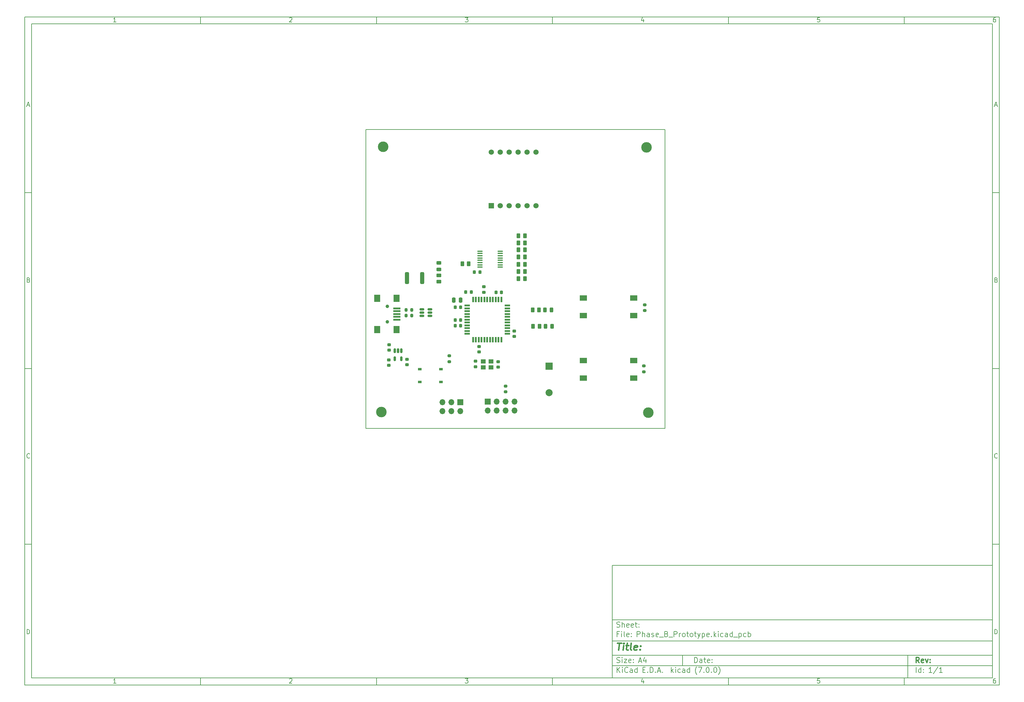
<source format=gbr>
%TF.GenerationSoftware,KiCad,Pcbnew,(7.0.0)*%
%TF.CreationDate,2023-04-24T03:13:22-06:00*%
%TF.ProjectId,Phase_B_Prototype,50686173-655f-4425-9f50-726f746f7479,rev?*%
%TF.SameCoordinates,Original*%
%TF.FileFunction,Soldermask,Top*%
%TF.FilePolarity,Negative*%
%FSLAX46Y46*%
G04 Gerber Fmt 4.6, Leading zero omitted, Abs format (unit mm)*
G04 Created by KiCad (PCBNEW (7.0.0)) date 2023-04-24 03:13:22*
%MOMM*%
%LPD*%
G01*
G04 APERTURE LIST*
G04 Aperture macros list*
%AMRoundRect*
0 Rectangle with rounded corners*
0 $1 Rounding radius*
0 $2 $3 $4 $5 $6 $7 $8 $9 X,Y pos of 4 corners*
0 Add a 4 corners polygon primitive as box body*
4,1,4,$2,$3,$4,$5,$6,$7,$8,$9,$2,$3,0*
0 Add four circle primitives for the rounded corners*
1,1,$1+$1,$2,$3*
1,1,$1+$1,$4,$5*
1,1,$1+$1,$6,$7*
1,1,$1+$1,$8,$9*
0 Add four rect primitives between the rounded corners*
20,1,$1+$1,$2,$3,$4,$5,0*
20,1,$1+$1,$4,$5,$6,$7,0*
20,1,$1+$1,$6,$7,$8,$9,0*
20,1,$1+$1,$8,$9,$2,$3,0*%
G04 Aperture macros list end*
%ADD10C,0.100000*%
%ADD11C,0.150000*%
%ADD12C,0.300000*%
%ADD13C,0.400000*%
%ADD14RoundRect,0.243750X-0.456250X0.243750X-0.456250X-0.243750X0.456250X-0.243750X0.456250X0.243750X0*%
%ADD15RoundRect,0.225000X-0.250000X0.225000X-0.250000X-0.225000X0.250000X-0.225000X0.250000X0.225000X0*%
%ADD16R,1.700000X1.700000*%
%ADD17O,1.700000X1.700000*%
%ADD18RoundRect,0.225000X0.225000X0.250000X-0.225000X0.250000X-0.225000X-0.250000X0.225000X-0.250000X0*%
%ADD19RoundRect,0.200000X-0.275000X0.200000X-0.275000X-0.200000X0.275000X-0.200000X0.275000X0.200000X0*%
%ADD20RoundRect,0.200000X-0.200000X-0.275000X0.200000X-0.275000X0.200000X0.275000X-0.200000X0.275000X0*%
%ADD21R,2.000000X2.000000*%
%ADD22C,2.000000*%
%ADD23C,1.000000*%
%ADD24R,2.000000X0.500000*%
%ADD25R,1.700000X2.000000*%
%ADD26RoundRect,0.250000X-0.262500X-0.450000X0.262500X-0.450000X0.262500X0.450000X-0.262500X0.450000X0*%
%ADD27RoundRect,0.250000X0.250000X0.475000X-0.250000X0.475000X-0.250000X-0.475000X0.250000X-0.475000X0*%
%ADD28R,1.000000X0.700000*%
%ADD29RoundRect,0.150000X-0.150000X0.512500X-0.150000X-0.512500X0.150000X-0.512500X0.150000X0.512500X0*%
%ADD30R,2.000000X1.500000*%
%ADD31R,1.500000X0.550000*%
%ADD32R,0.550000X1.500000*%
%ADD33RoundRect,0.150000X-0.512500X-0.150000X0.512500X-0.150000X0.512500X0.150000X-0.512500X0.150000X0*%
%ADD34C,3.000000*%
%ADD35R,1.400000X1.200000*%
%ADD36R,1.500000X1.500000*%
%ADD37C,1.500000*%
%ADD38RoundRect,0.225000X0.250000X-0.225000X0.250000X0.225000X-0.250000X0.225000X-0.250000X-0.225000X0*%
%ADD39RoundRect,0.243750X0.243750X0.456250X-0.243750X0.456250X-0.243750X-0.456250X0.243750X-0.456250X0*%
%ADD40RoundRect,0.250000X-0.312500X-1.450000X0.312500X-1.450000X0.312500X1.450000X-0.312500X1.450000X0*%
%ADD41RoundRect,0.250000X0.262500X0.450000X-0.262500X0.450000X-0.262500X-0.450000X0.262500X-0.450000X0*%
%ADD42RoundRect,0.100000X0.637500X0.100000X-0.637500X0.100000X-0.637500X-0.100000X0.637500X-0.100000X0*%
%ADD43RoundRect,0.250000X0.450000X-0.262500X0.450000X0.262500X-0.450000X0.262500X-0.450000X-0.262500X0*%
%TA.AperFunction,Profile*%
%ADD44C,0.150000*%
%TD*%
G04 APERTURE END LIST*
D10*
D11*
X177002200Y-166007200D02*
X285002200Y-166007200D01*
X285002200Y-198007200D01*
X177002200Y-198007200D01*
X177002200Y-166007200D01*
D10*
D11*
X10000000Y-10000000D02*
X287002200Y-10000000D01*
X287002200Y-200007200D01*
X10000000Y-200007200D01*
X10000000Y-10000000D01*
D10*
D11*
X12000000Y-12000000D02*
X285002200Y-12000000D01*
X285002200Y-198007200D01*
X12000000Y-198007200D01*
X12000000Y-12000000D01*
D10*
D11*
X60000000Y-12000000D02*
X60000000Y-10000000D01*
D10*
D11*
X110000000Y-12000000D02*
X110000000Y-10000000D01*
D10*
D11*
X160000000Y-12000000D02*
X160000000Y-10000000D01*
D10*
D11*
X210000000Y-12000000D02*
X210000000Y-10000000D01*
D10*
D11*
X260000000Y-12000000D02*
X260000000Y-10000000D01*
D10*
D11*
X35990476Y-11477595D02*
X35247619Y-11477595D01*
X35619047Y-11477595D02*
X35619047Y-10177595D01*
X35619047Y-10177595D02*
X35495238Y-10363309D01*
X35495238Y-10363309D02*
X35371428Y-10487119D01*
X35371428Y-10487119D02*
X35247619Y-10549023D01*
D10*
D11*
X85247619Y-10301404D02*
X85309523Y-10239500D01*
X85309523Y-10239500D02*
X85433333Y-10177595D01*
X85433333Y-10177595D02*
X85742857Y-10177595D01*
X85742857Y-10177595D02*
X85866666Y-10239500D01*
X85866666Y-10239500D02*
X85928571Y-10301404D01*
X85928571Y-10301404D02*
X85990476Y-10425214D01*
X85990476Y-10425214D02*
X85990476Y-10549023D01*
X85990476Y-10549023D02*
X85928571Y-10734738D01*
X85928571Y-10734738D02*
X85185714Y-11477595D01*
X85185714Y-11477595D02*
X85990476Y-11477595D01*
D10*
D11*
X135185714Y-10177595D02*
X135990476Y-10177595D01*
X135990476Y-10177595D02*
X135557142Y-10672833D01*
X135557142Y-10672833D02*
X135742857Y-10672833D01*
X135742857Y-10672833D02*
X135866666Y-10734738D01*
X135866666Y-10734738D02*
X135928571Y-10796642D01*
X135928571Y-10796642D02*
X135990476Y-10920452D01*
X135990476Y-10920452D02*
X135990476Y-11229976D01*
X135990476Y-11229976D02*
X135928571Y-11353785D01*
X135928571Y-11353785D02*
X135866666Y-11415690D01*
X135866666Y-11415690D02*
X135742857Y-11477595D01*
X135742857Y-11477595D02*
X135371428Y-11477595D01*
X135371428Y-11477595D02*
X135247619Y-11415690D01*
X135247619Y-11415690D02*
X135185714Y-11353785D01*
D10*
D11*
X185866666Y-10610928D02*
X185866666Y-11477595D01*
X185557142Y-10115690D02*
X185247619Y-11044261D01*
X185247619Y-11044261D02*
X186052380Y-11044261D01*
D10*
D11*
X235928571Y-10177595D02*
X235309523Y-10177595D01*
X235309523Y-10177595D02*
X235247619Y-10796642D01*
X235247619Y-10796642D02*
X235309523Y-10734738D01*
X235309523Y-10734738D02*
X235433333Y-10672833D01*
X235433333Y-10672833D02*
X235742857Y-10672833D01*
X235742857Y-10672833D02*
X235866666Y-10734738D01*
X235866666Y-10734738D02*
X235928571Y-10796642D01*
X235928571Y-10796642D02*
X235990476Y-10920452D01*
X235990476Y-10920452D02*
X235990476Y-11229976D01*
X235990476Y-11229976D02*
X235928571Y-11353785D01*
X235928571Y-11353785D02*
X235866666Y-11415690D01*
X235866666Y-11415690D02*
X235742857Y-11477595D01*
X235742857Y-11477595D02*
X235433333Y-11477595D01*
X235433333Y-11477595D02*
X235309523Y-11415690D01*
X235309523Y-11415690D02*
X235247619Y-11353785D01*
D10*
D11*
X285866666Y-10177595D02*
X285619047Y-10177595D01*
X285619047Y-10177595D02*
X285495238Y-10239500D01*
X285495238Y-10239500D02*
X285433333Y-10301404D01*
X285433333Y-10301404D02*
X285309523Y-10487119D01*
X285309523Y-10487119D02*
X285247619Y-10734738D01*
X285247619Y-10734738D02*
X285247619Y-11229976D01*
X285247619Y-11229976D02*
X285309523Y-11353785D01*
X285309523Y-11353785D02*
X285371428Y-11415690D01*
X285371428Y-11415690D02*
X285495238Y-11477595D01*
X285495238Y-11477595D02*
X285742857Y-11477595D01*
X285742857Y-11477595D02*
X285866666Y-11415690D01*
X285866666Y-11415690D02*
X285928571Y-11353785D01*
X285928571Y-11353785D02*
X285990476Y-11229976D01*
X285990476Y-11229976D02*
X285990476Y-10920452D01*
X285990476Y-10920452D02*
X285928571Y-10796642D01*
X285928571Y-10796642D02*
X285866666Y-10734738D01*
X285866666Y-10734738D02*
X285742857Y-10672833D01*
X285742857Y-10672833D02*
X285495238Y-10672833D01*
X285495238Y-10672833D02*
X285371428Y-10734738D01*
X285371428Y-10734738D02*
X285309523Y-10796642D01*
X285309523Y-10796642D02*
X285247619Y-10920452D01*
D10*
D11*
X60000000Y-198007200D02*
X60000000Y-200007200D01*
D10*
D11*
X110000000Y-198007200D02*
X110000000Y-200007200D01*
D10*
D11*
X160000000Y-198007200D02*
X160000000Y-200007200D01*
D10*
D11*
X210000000Y-198007200D02*
X210000000Y-200007200D01*
D10*
D11*
X260000000Y-198007200D02*
X260000000Y-200007200D01*
D10*
D11*
X35990476Y-199484795D02*
X35247619Y-199484795D01*
X35619047Y-199484795D02*
X35619047Y-198184795D01*
X35619047Y-198184795D02*
X35495238Y-198370509D01*
X35495238Y-198370509D02*
X35371428Y-198494319D01*
X35371428Y-198494319D02*
X35247619Y-198556223D01*
D10*
D11*
X85247619Y-198308604D02*
X85309523Y-198246700D01*
X85309523Y-198246700D02*
X85433333Y-198184795D01*
X85433333Y-198184795D02*
X85742857Y-198184795D01*
X85742857Y-198184795D02*
X85866666Y-198246700D01*
X85866666Y-198246700D02*
X85928571Y-198308604D01*
X85928571Y-198308604D02*
X85990476Y-198432414D01*
X85990476Y-198432414D02*
X85990476Y-198556223D01*
X85990476Y-198556223D02*
X85928571Y-198741938D01*
X85928571Y-198741938D02*
X85185714Y-199484795D01*
X85185714Y-199484795D02*
X85990476Y-199484795D01*
D10*
D11*
X135185714Y-198184795D02*
X135990476Y-198184795D01*
X135990476Y-198184795D02*
X135557142Y-198680033D01*
X135557142Y-198680033D02*
X135742857Y-198680033D01*
X135742857Y-198680033D02*
X135866666Y-198741938D01*
X135866666Y-198741938D02*
X135928571Y-198803842D01*
X135928571Y-198803842D02*
X135990476Y-198927652D01*
X135990476Y-198927652D02*
X135990476Y-199237176D01*
X135990476Y-199237176D02*
X135928571Y-199360985D01*
X135928571Y-199360985D02*
X135866666Y-199422890D01*
X135866666Y-199422890D02*
X135742857Y-199484795D01*
X135742857Y-199484795D02*
X135371428Y-199484795D01*
X135371428Y-199484795D02*
X135247619Y-199422890D01*
X135247619Y-199422890D02*
X135185714Y-199360985D01*
D10*
D11*
X185866666Y-198618128D02*
X185866666Y-199484795D01*
X185557142Y-198122890D02*
X185247619Y-199051461D01*
X185247619Y-199051461D02*
X186052380Y-199051461D01*
D10*
D11*
X235928571Y-198184795D02*
X235309523Y-198184795D01*
X235309523Y-198184795D02*
X235247619Y-198803842D01*
X235247619Y-198803842D02*
X235309523Y-198741938D01*
X235309523Y-198741938D02*
X235433333Y-198680033D01*
X235433333Y-198680033D02*
X235742857Y-198680033D01*
X235742857Y-198680033D02*
X235866666Y-198741938D01*
X235866666Y-198741938D02*
X235928571Y-198803842D01*
X235928571Y-198803842D02*
X235990476Y-198927652D01*
X235990476Y-198927652D02*
X235990476Y-199237176D01*
X235990476Y-199237176D02*
X235928571Y-199360985D01*
X235928571Y-199360985D02*
X235866666Y-199422890D01*
X235866666Y-199422890D02*
X235742857Y-199484795D01*
X235742857Y-199484795D02*
X235433333Y-199484795D01*
X235433333Y-199484795D02*
X235309523Y-199422890D01*
X235309523Y-199422890D02*
X235247619Y-199360985D01*
D10*
D11*
X285866666Y-198184795D02*
X285619047Y-198184795D01*
X285619047Y-198184795D02*
X285495238Y-198246700D01*
X285495238Y-198246700D02*
X285433333Y-198308604D01*
X285433333Y-198308604D02*
X285309523Y-198494319D01*
X285309523Y-198494319D02*
X285247619Y-198741938D01*
X285247619Y-198741938D02*
X285247619Y-199237176D01*
X285247619Y-199237176D02*
X285309523Y-199360985D01*
X285309523Y-199360985D02*
X285371428Y-199422890D01*
X285371428Y-199422890D02*
X285495238Y-199484795D01*
X285495238Y-199484795D02*
X285742857Y-199484795D01*
X285742857Y-199484795D02*
X285866666Y-199422890D01*
X285866666Y-199422890D02*
X285928571Y-199360985D01*
X285928571Y-199360985D02*
X285990476Y-199237176D01*
X285990476Y-199237176D02*
X285990476Y-198927652D01*
X285990476Y-198927652D02*
X285928571Y-198803842D01*
X285928571Y-198803842D02*
X285866666Y-198741938D01*
X285866666Y-198741938D02*
X285742857Y-198680033D01*
X285742857Y-198680033D02*
X285495238Y-198680033D01*
X285495238Y-198680033D02*
X285371428Y-198741938D01*
X285371428Y-198741938D02*
X285309523Y-198803842D01*
X285309523Y-198803842D02*
X285247619Y-198927652D01*
D10*
D11*
X10000000Y-60000000D02*
X12000000Y-60000000D01*
D10*
D11*
X10000000Y-110000000D02*
X12000000Y-110000000D01*
D10*
D11*
X10000000Y-160000000D02*
X12000000Y-160000000D01*
D10*
D11*
X10690476Y-35106166D02*
X11309523Y-35106166D01*
X10566666Y-35477595D02*
X10999999Y-34177595D01*
X10999999Y-34177595D02*
X11433333Y-35477595D01*
D10*
D11*
X11092857Y-84796642D02*
X11278571Y-84858547D01*
X11278571Y-84858547D02*
X11340476Y-84920452D01*
X11340476Y-84920452D02*
X11402380Y-85044261D01*
X11402380Y-85044261D02*
X11402380Y-85229976D01*
X11402380Y-85229976D02*
X11340476Y-85353785D01*
X11340476Y-85353785D02*
X11278571Y-85415690D01*
X11278571Y-85415690D02*
X11154761Y-85477595D01*
X11154761Y-85477595D02*
X10659523Y-85477595D01*
X10659523Y-85477595D02*
X10659523Y-84177595D01*
X10659523Y-84177595D02*
X11092857Y-84177595D01*
X11092857Y-84177595D02*
X11216666Y-84239500D01*
X11216666Y-84239500D02*
X11278571Y-84301404D01*
X11278571Y-84301404D02*
X11340476Y-84425214D01*
X11340476Y-84425214D02*
X11340476Y-84549023D01*
X11340476Y-84549023D02*
X11278571Y-84672833D01*
X11278571Y-84672833D02*
X11216666Y-84734738D01*
X11216666Y-84734738D02*
X11092857Y-84796642D01*
X11092857Y-84796642D02*
X10659523Y-84796642D01*
D10*
D11*
X11402380Y-135353785D02*
X11340476Y-135415690D01*
X11340476Y-135415690D02*
X11154761Y-135477595D01*
X11154761Y-135477595D02*
X11030952Y-135477595D01*
X11030952Y-135477595D02*
X10845238Y-135415690D01*
X10845238Y-135415690D02*
X10721428Y-135291880D01*
X10721428Y-135291880D02*
X10659523Y-135168071D01*
X10659523Y-135168071D02*
X10597619Y-134920452D01*
X10597619Y-134920452D02*
X10597619Y-134734738D01*
X10597619Y-134734738D02*
X10659523Y-134487119D01*
X10659523Y-134487119D02*
X10721428Y-134363309D01*
X10721428Y-134363309D02*
X10845238Y-134239500D01*
X10845238Y-134239500D02*
X11030952Y-134177595D01*
X11030952Y-134177595D02*
X11154761Y-134177595D01*
X11154761Y-134177595D02*
X11340476Y-134239500D01*
X11340476Y-134239500D02*
X11402380Y-134301404D01*
D10*
D11*
X10659523Y-185477595D02*
X10659523Y-184177595D01*
X10659523Y-184177595D02*
X10969047Y-184177595D01*
X10969047Y-184177595D02*
X11154761Y-184239500D01*
X11154761Y-184239500D02*
X11278571Y-184363309D01*
X11278571Y-184363309D02*
X11340476Y-184487119D01*
X11340476Y-184487119D02*
X11402380Y-184734738D01*
X11402380Y-184734738D02*
X11402380Y-184920452D01*
X11402380Y-184920452D02*
X11340476Y-185168071D01*
X11340476Y-185168071D02*
X11278571Y-185291880D01*
X11278571Y-185291880D02*
X11154761Y-185415690D01*
X11154761Y-185415690D02*
X10969047Y-185477595D01*
X10969047Y-185477595D02*
X10659523Y-185477595D01*
D10*
D11*
X287002200Y-60000000D02*
X285002200Y-60000000D01*
D10*
D11*
X287002200Y-110000000D02*
X285002200Y-110000000D01*
D10*
D11*
X287002200Y-160000000D02*
X285002200Y-160000000D01*
D10*
D11*
X285692676Y-35106166D02*
X286311723Y-35106166D01*
X285568866Y-35477595D02*
X286002199Y-34177595D01*
X286002199Y-34177595D02*
X286435533Y-35477595D01*
D10*
D11*
X286095057Y-84796642D02*
X286280771Y-84858547D01*
X286280771Y-84858547D02*
X286342676Y-84920452D01*
X286342676Y-84920452D02*
X286404580Y-85044261D01*
X286404580Y-85044261D02*
X286404580Y-85229976D01*
X286404580Y-85229976D02*
X286342676Y-85353785D01*
X286342676Y-85353785D02*
X286280771Y-85415690D01*
X286280771Y-85415690D02*
X286156961Y-85477595D01*
X286156961Y-85477595D02*
X285661723Y-85477595D01*
X285661723Y-85477595D02*
X285661723Y-84177595D01*
X285661723Y-84177595D02*
X286095057Y-84177595D01*
X286095057Y-84177595D02*
X286218866Y-84239500D01*
X286218866Y-84239500D02*
X286280771Y-84301404D01*
X286280771Y-84301404D02*
X286342676Y-84425214D01*
X286342676Y-84425214D02*
X286342676Y-84549023D01*
X286342676Y-84549023D02*
X286280771Y-84672833D01*
X286280771Y-84672833D02*
X286218866Y-84734738D01*
X286218866Y-84734738D02*
X286095057Y-84796642D01*
X286095057Y-84796642D02*
X285661723Y-84796642D01*
D10*
D11*
X286404580Y-135353785D02*
X286342676Y-135415690D01*
X286342676Y-135415690D02*
X286156961Y-135477595D01*
X286156961Y-135477595D02*
X286033152Y-135477595D01*
X286033152Y-135477595D02*
X285847438Y-135415690D01*
X285847438Y-135415690D02*
X285723628Y-135291880D01*
X285723628Y-135291880D02*
X285661723Y-135168071D01*
X285661723Y-135168071D02*
X285599819Y-134920452D01*
X285599819Y-134920452D02*
X285599819Y-134734738D01*
X285599819Y-134734738D02*
X285661723Y-134487119D01*
X285661723Y-134487119D02*
X285723628Y-134363309D01*
X285723628Y-134363309D02*
X285847438Y-134239500D01*
X285847438Y-134239500D02*
X286033152Y-134177595D01*
X286033152Y-134177595D02*
X286156961Y-134177595D01*
X286156961Y-134177595D02*
X286342676Y-134239500D01*
X286342676Y-134239500D02*
X286404580Y-134301404D01*
D10*
D11*
X285661723Y-185477595D02*
X285661723Y-184177595D01*
X285661723Y-184177595D02*
X285971247Y-184177595D01*
X285971247Y-184177595D02*
X286156961Y-184239500D01*
X286156961Y-184239500D02*
X286280771Y-184363309D01*
X286280771Y-184363309D02*
X286342676Y-184487119D01*
X286342676Y-184487119D02*
X286404580Y-184734738D01*
X286404580Y-184734738D02*
X286404580Y-184920452D01*
X286404580Y-184920452D02*
X286342676Y-185168071D01*
X286342676Y-185168071D02*
X286280771Y-185291880D01*
X286280771Y-185291880D02*
X286156961Y-185415690D01*
X286156961Y-185415690D02*
X285971247Y-185477595D01*
X285971247Y-185477595D02*
X285661723Y-185477595D01*
D10*
D11*
X200359342Y-193658271D02*
X200359342Y-192158271D01*
X200359342Y-192158271D02*
X200716485Y-192158271D01*
X200716485Y-192158271D02*
X200930771Y-192229700D01*
X200930771Y-192229700D02*
X201073628Y-192372557D01*
X201073628Y-192372557D02*
X201145057Y-192515414D01*
X201145057Y-192515414D02*
X201216485Y-192801128D01*
X201216485Y-192801128D02*
X201216485Y-193015414D01*
X201216485Y-193015414D02*
X201145057Y-193301128D01*
X201145057Y-193301128D02*
X201073628Y-193443985D01*
X201073628Y-193443985D02*
X200930771Y-193586842D01*
X200930771Y-193586842D02*
X200716485Y-193658271D01*
X200716485Y-193658271D02*
X200359342Y-193658271D01*
X202502200Y-193658271D02*
X202502200Y-192872557D01*
X202502200Y-192872557D02*
X202430771Y-192729700D01*
X202430771Y-192729700D02*
X202287914Y-192658271D01*
X202287914Y-192658271D02*
X202002200Y-192658271D01*
X202002200Y-192658271D02*
X201859342Y-192729700D01*
X202502200Y-193586842D02*
X202359342Y-193658271D01*
X202359342Y-193658271D02*
X202002200Y-193658271D01*
X202002200Y-193658271D02*
X201859342Y-193586842D01*
X201859342Y-193586842D02*
X201787914Y-193443985D01*
X201787914Y-193443985D02*
X201787914Y-193301128D01*
X201787914Y-193301128D02*
X201859342Y-193158271D01*
X201859342Y-193158271D02*
X202002200Y-193086842D01*
X202002200Y-193086842D02*
X202359342Y-193086842D01*
X202359342Y-193086842D02*
X202502200Y-193015414D01*
X203002200Y-192658271D02*
X203573628Y-192658271D01*
X203216485Y-192158271D02*
X203216485Y-193443985D01*
X203216485Y-193443985D02*
X203287914Y-193586842D01*
X203287914Y-193586842D02*
X203430771Y-193658271D01*
X203430771Y-193658271D02*
X203573628Y-193658271D01*
X204645057Y-193586842D02*
X204502200Y-193658271D01*
X204502200Y-193658271D02*
X204216486Y-193658271D01*
X204216486Y-193658271D02*
X204073628Y-193586842D01*
X204073628Y-193586842D02*
X204002200Y-193443985D01*
X204002200Y-193443985D02*
X204002200Y-192872557D01*
X204002200Y-192872557D02*
X204073628Y-192729700D01*
X204073628Y-192729700D02*
X204216486Y-192658271D01*
X204216486Y-192658271D02*
X204502200Y-192658271D01*
X204502200Y-192658271D02*
X204645057Y-192729700D01*
X204645057Y-192729700D02*
X204716486Y-192872557D01*
X204716486Y-192872557D02*
X204716486Y-193015414D01*
X204716486Y-193015414D02*
X204002200Y-193158271D01*
X205359342Y-193515414D02*
X205430771Y-193586842D01*
X205430771Y-193586842D02*
X205359342Y-193658271D01*
X205359342Y-193658271D02*
X205287914Y-193586842D01*
X205287914Y-193586842D02*
X205359342Y-193515414D01*
X205359342Y-193515414D02*
X205359342Y-193658271D01*
X205359342Y-192729700D02*
X205430771Y-192801128D01*
X205430771Y-192801128D02*
X205359342Y-192872557D01*
X205359342Y-192872557D02*
X205287914Y-192801128D01*
X205287914Y-192801128D02*
X205359342Y-192729700D01*
X205359342Y-192729700D02*
X205359342Y-192872557D01*
D10*
D11*
X177002200Y-194507200D02*
X285002200Y-194507200D01*
D10*
D11*
X178359342Y-196458271D02*
X178359342Y-194958271D01*
X179216485Y-196458271D02*
X178573628Y-195601128D01*
X179216485Y-194958271D02*
X178359342Y-195815414D01*
X179859342Y-196458271D02*
X179859342Y-195458271D01*
X179859342Y-194958271D02*
X179787914Y-195029700D01*
X179787914Y-195029700D02*
X179859342Y-195101128D01*
X179859342Y-195101128D02*
X179930771Y-195029700D01*
X179930771Y-195029700D02*
X179859342Y-194958271D01*
X179859342Y-194958271D02*
X179859342Y-195101128D01*
X181430771Y-196315414D02*
X181359343Y-196386842D01*
X181359343Y-196386842D02*
X181145057Y-196458271D01*
X181145057Y-196458271D02*
X181002200Y-196458271D01*
X181002200Y-196458271D02*
X180787914Y-196386842D01*
X180787914Y-196386842D02*
X180645057Y-196243985D01*
X180645057Y-196243985D02*
X180573628Y-196101128D01*
X180573628Y-196101128D02*
X180502200Y-195815414D01*
X180502200Y-195815414D02*
X180502200Y-195601128D01*
X180502200Y-195601128D02*
X180573628Y-195315414D01*
X180573628Y-195315414D02*
X180645057Y-195172557D01*
X180645057Y-195172557D02*
X180787914Y-195029700D01*
X180787914Y-195029700D02*
X181002200Y-194958271D01*
X181002200Y-194958271D02*
X181145057Y-194958271D01*
X181145057Y-194958271D02*
X181359343Y-195029700D01*
X181359343Y-195029700D02*
X181430771Y-195101128D01*
X182716486Y-196458271D02*
X182716486Y-195672557D01*
X182716486Y-195672557D02*
X182645057Y-195529700D01*
X182645057Y-195529700D02*
X182502200Y-195458271D01*
X182502200Y-195458271D02*
X182216486Y-195458271D01*
X182216486Y-195458271D02*
X182073628Y-195529700D01*
X182716486Y-196386842D02*
X182573628Y-196458271D01*
X182573628Y-196458271D02*
X182216486Y-196458271D01*
X182216486Y-196458271D02*
X182073628Y-196386842D01*
X182073628Y-196386842D02*
X182002200Y-196243985D01*
X182002200Y-196243985D02*
X182002200Y-196101128D01*
X182002200Y-196101128D02*
X182073628Y-195958271D01*
X182073628Y-195958271D02*
X182216486Y-195886842D01*
X182216486Y-195886842D02*
X182573628Y-195886842D01*
X182573628Y-195886842D02*
X182716486Y-195815414D01*
X184073629Y-196458271D02*
X184073629Y-194958271D01*
X184073629Y-196386842D02*
X183930771Y-196458271D01*
X183930771Y-196458271D02*
X183645057Y-196458271D01*
X183645057Y-196458271D02*
X183502200Y-196386842D01*
X183502200Y-196386842D02*
X183430771Y-196315414D01*
X183430771Y-196315414D02*
X183359343Y-196172557D01*
X183359343Y-196172557D02*
X183359343Y-195743985D01*
X183359343Y-195743985D02*
X183430771Y-195601128D01*
X183430771Y-195601128D02*
X183502200Y-195529700D01*
X183502200Y-195529700D02*
X183645057Y-195458271D01*
X183645057Y-195458271D02*
X183930771Y-195458271D01*
X183930771Y-195458271D02*
X184073629Y-195529700D01*
X185687914Y-195672557D02*
X186187914Y-195672557D01*
X186402200Y-196458271D02*
X185687914Y-196458271D01*
X185687914Y-196458271D02*
X185687914Y-194958271D01*
X185687914Y-194958271D02*
X186402200Y-194958271D01*
X187045057Y-196315414D02*
X187116486Y-196386842D01*
X187116486Y-196386842D02*
X187045057Y-196458271D01*
X187045057Y-196458271D02*
X186973629Y-196386842D01*
X186973629Y-196386842D02*
X187045057Y-196315414D01*
X187045057Y-196315414D02*
X187045057Y-196458271D01*
X187759343Y-196458271D02*
X187759343Y-194958271D01*
X187759343Y-194958271D02*
X188116486Y-194958271D01*
X188116486Y-194958271D02*
X188330772Y-195029700D01*
X188330772Y-195029700D02*
X188473629Y-195172557D01*
X188473629Y-195172557D02*
X188545058Y-195315414D01*
X188545058Y-195315414D02*
X188616486Y-195601128D01*
X188616486Y-195601128D02*
X188616486Y-195815414D01*
X188616486Y-195815414D02*
X188545058Y-196101128D01*
X188545058Y-196101128D02*
X188473629Y-196243985D01*
X188473629Y-196243985D02*
X188330772Y-196386842D01*
X188330772Y-196386842D02*
X188116486Y-196458271D01*
X188116486Y-196458271D02*
X187759343Y-196458271D01*
X189259343Y-196315414D02*
X189330772Y-196386842D01*
X189330772Y-196386842D02*
X189259343Y-196458271D01*
X189259343Y-196458271D02*
X189187915Y-196386842D01*
X189187915Y-196386842D02*
X189259343Y-196315414D01*
X189259343Y-196315414D02*
X189259343Y-196458271D01*
X189902201Y-196029700D02*
X190616487Y-196029700D01*
X189759344Y-196458271D02*
X190259344Y-194958271D01*
X190259344Y-194958271D02*
X190759344Y-196458271D01*
X191259343Y-196315414D02*
X191330772Y-196386842D01*
X191330772Y-196386842D02*
X191259343Y-196458271D01*
X191259343Y-196458271D02*
X191187915Y-196386842D01*
X191187915Y-196386842D02*
X191259343Y-196315414D01*
X191259343Y-196315414D02*
X191259343Y-196458271D01*
X193773629Y-196458271D02*
X193773629Y-194958271D01*
X193916487Y-195886842D02*
X194345058Y-196458271D01*
X194345058Y-195458271D02*
X193773629Y-196029700D01*
X194987915Y-196458271D02*
X194987915Y-195458271D01*
X194987915Y-194958271D02*
X194916487Y-195029700D01*
X194916487Y-195029700D02*
X194987915Y-195101128D01*
X194987915Y-195101128D02*
X195059344Y-195029700D01*
X195059344Y-195029700D02*
X194987915Y-194958271D01*
X194987915Y-194958271D02*
X194987915Y-195101128D01*
X196345059Y-196386842D02*
X196202201Y-196458271D01*
X196202201Y-196458271D02*
X195916487Y-196458271D01*
X195916487Y-196458271D02*
X195773630Y-196386842D01*
X195773630Y-196386842D02*
X195702201Y-196315414D01*
X195702201Y-196315414D02*
X195630773Y-196172557D01*
X195630773Y-196172557D02*
X195630773Y-195743985D01*
X195630773Y-195743985D02*
X195702201Y-195601128D01*
X195702201Y-195601128D02*
X195773630Y-195529700D01*
X195773630Y-195529700D02*
X195916487Y-195458271D01*
X195916487Y-195458271D02*
X196202201Y-195458271D01*
X196202201Y-195458271D02*
X196345059Y-195529700D01*
X197630773Y-196458271D02*
X197630773Y-195672557D01*
X197630773Y-195672557D02*
X197559344Y-195529700D01*
X197559344Y-195529700D02*
X197416487Y-195458271D01*
X197416487Y-195458271D02*
X197130773Y-195458271D01*
X197130773Y-195458271D02*
X196987915Y-195529700D01*
X197630773Y-196386842D02*
X197487915Y-196458271D01*
X197487915Y-196458271D02*
X197130773Y-196458271D01*
X197130773Y-196458271D02*
X196987915Y-196386842D01*
X196987915Y-196386842D02*
X196916487Y-196243985D01*
X196916487Y-196243985D02*
X196916487Y-196101128D01*
X196916487Y-196101128D02*
X196987915Y-195958271D01*
X196987915Y-195958271D02*
X197130773Y-195886842D01*
X197130773Y-195886842D02*
X197487915Y-195886842D01*
X197487915Y-195886842D02*
X197630773Y-195815414D01*
X198987916Y-196458271D02*
X198987916Y-194958271D01*
X198987916Y-196386842D02*
X198845058Y-196458271D01*
X198845058Y-196458271D02*
X198559344Y-196458271D01*
X198559344Y-196458271D02*
X198416487Y-196386842D01*
X198416487Y-196386842D02*
X198345058Y-196315414D01*
X198345058Y-196315414D02*
X198273630Y-196172557D01*
X198273630Y-196172557D02*
X198273630Y-195743985D01*
X198273630Y-195743985D02*
X198345058Y-195601128D01*
X198345058Y-195601128D02*
X198416487Y-195529700D01*
X198416487Y-195529700D02*
X198559344Y-195458271D01*
X198559344Y-195458271D02*
X198845058Y-195458271D01*
X198845058Y-195458271D02*
X198987916Y-195529700D01*
X201030773Y-197029700D02*
X200959344Y-196958271D01*
X200959344Y-196958271D02*
X200816487Y-196743985D01*
X200816487Y-196743985D02*
X200745059Y-196601128D01*
X200745059Y-196601128D02*
X200673630Y-196386842D01*
X200673630Y-196386842D02*
X200602201Y-196029700D01*
X200602201Y-196029700D02*
X200602201Y-195743985D01*
X200602201Y-195743985D02*
X200673630Y-195386842D01*
X200673630Y-195386842D02*
X200745059Y-195172557D01*
X200745059Y-195172557D02*
X200816487Y-195029700D01*
X200816487Y-195029700D02*
X200959344Y-194815414D01*
X200959344Y-194815414D02*
X201030773Y-194743985D01*
X201459344Y-194958271D02*
X202459344Y-194958271D01*
X202459344Y-194958271D02*
X201816487Y-196458271D01*
X203030772Y-196315414D02*
X203102201Y-196386842D01*
X203102201Y-196386842D02*
X203030772Y-196458271D01*
X203030772Y-196458271D02*
X202959344Y-196386842D01*
X202959344Y-196386842D02*
X203030772Y-196315414D01*
X203030772Y-196315414D02*
X203030772Y-196458271D01*
X204030773Y-194958271D02*
X204173630Y-194958271D01*
X204173630Y-194958271D02*
X204316487Y-195029700D01*
X204316487Y-195029700D02*
X204387916Y-195101128D01*
X204387916Y-195101128D02*
X204459344Y-195243985D01*
X204459344Y-195243985D02*
X204530773Y-195529700D01*
X204530773Y-195529700D02*
X204530773Y-195886842D01*
X204530773Y-195886842D02*
X204459344Y-196172557D01*
X204459344Y-196172557D02*
X204387916Y-196315414D01*
X204387916Y-196315414D02*
X204316487Y-196386842D01*
X204316487Y-196386842D02*
X204173630Y-196458271D01*
X204173630Y-196458271D02*
X204030773Y-196458271D01*
X204030773Y-196458271D02*
X203887916Y-196386842D01*
X203887916Y-196386842D02*
X203816487Y-196315414D01*
X203816487Y-196315414D02*
X203745058Y-196172557D01*
X203745058Y-196172557D02*
X203673630Y-195886842D01*
X203673630Y-195886842D02*
X203673630Y-195529700D01*
X203673630Y-195529700D02*
X203745058Y-195243985D01*
X203745058Y-195243985D02*
X203816487Y-195101128D01*
X203816487Y-195101128D02*
X203887916Y-195029700D01*
X203887916Y-195029700D02*
X204030773Y-194958271D01*
X205173629Y-196315414D02*
X205245058Y-196386842D01*
X205245058Y-196386842D02*
X205173629Y-196458271D01*
X205173629Y-196458271D02*
X205102201Y-196386842D01*
X205102201Y-196386842D02*
X205173629Y-196315414D01*
X205173629Y-196315414D02*
X205173629Y-196458271D01*
X206173630Y-194958271D02*
X206316487Y-194958271D01*
X206316487Y-194958271D02*
X206459344Y-195029700D01*
X206459344Y-195029700D02*
X206530773Y-195101128D01*
X206530773Y-195101128D02*
X206602201Y-195243985D01*
X206602201Y-195243985D02*
X206673630Y-195529700D01*
X206673630Y-195529700D02*
X206673630Y-195886842D01*
X206673630Y-195886842D02*
X206602201Y-196172557D01*
X206602201Y-196172557D02*
X206530773Y-196315414D01*
X206530773Y-196315414D02*
X206459344Y-196386842D01*
X206459344Y-196386842D02*
X206316487Y-196458271D01*
X206316487Y-196458271D02*
X206173630Y-196458271D01*
X206173630Y-196458271D02*
X206030773Y-196386842D01*
X206030773Y-196386842D02*
X205959344Y-196315414D01*
X205959344Y-196315414D02*
X205887915Y-196172557D01*
X205887915Y-196172557D02*
X205816487Y-195886842D01*
X205816487Y-195886842D02*
X205816487Y-195529700D01*
X205816487Y-195529700D02*
X205887915Y-195243985D01*
X205887915Y-195243985D02*
X205959344Y-195101128D01*
X205959344Y-195101128D02*
X206030773Y-195029700D01*
X206030773Y-195029700D02*
X206173630Y-194958271D01*
X207173629Y-197029700D02*
X207245058Y-196958271D01*
X207245058Y-196958271D02*
X207387915Y-196743985D01*
X207387915Y-196743985D02*
X207459344Y-196601128D01*
X207459344Y-196601128D02*
X207530772Y-196386842D01*
X207530772Y-196386842D02*
X207602201Y-196029700D01*
X207602201Y-196029700D02*
X207602201Y-195743985D01*
X207602201Y-195743985D02*
X207530772Y-195386842D01*
X207530772Y-195386842D02*
X207459344Y-195172557D01*
X207459344Y-195172557D02*
X207387915Y-195029700D01*
X207387915Y-195029700D02*
X207245058Y-194815414D01*
X207245058Y-194815414D02*
X207173629Y-194743985D01*
D10*
D11*
X177002200Y-191507200D02*
X285002200Y-191507200D01*
D10*
D12*
X264216485Y-193658271D02*
X263716485Y-192943985D01*
X263359342Y-193658271D02*
X263359342Y-192158271D01*
X263359342Y-192158271D02*
X263930771Y-192158271D01*
X263930771Y-192158271D02*
X264073628Y-192229700D01*
X264073628Y-192229700D02*
X264145057Y-192301128D01*
X264145057Y-192301128D02*
X264216485Y-192443985D01*
X264216485Y-192443985D02*
X264216485Y-192658271D01*
X264216485Y-192658271D02*
X264145057Y-192801128D01*
X264145057Y-192801128D02*
X264073628Y-192872557D01*
X264073628Y-192872557D02*
X263930771Y-192943985D01*
X263930771Y-192943985D02*
X263359342Y-192943985D01*
X265430771Y-193586842D02*
X265287914Y-193658271D01*
X265287914Y-193658271D02*
X265002200Y-193658271D01*
X265002200Y-193658271D02*
X264859342Y-193586842D01*
X264859342Y-193586842D02*
X264787914Y-193443985D01*
X264787914Y-193443985D02*
X264787914Y-192872557D01*
X264787914Y-192872557D02*
X264859342Y-192729700D01*
X264859342Y-192729700D02*
X265002200Y-192658271D01*
X265002200Y-192658271D02*
X265287914Y-192658271D01*
X265287914Y-192658271D02*
X265430771Y-192729700D01*
X265430771Y-192729700D02*
X265502200Y-192872557D01*
X265502200Y-192872557D02*
X265502200Y-193015414D01*
X265502200Y-193015414D02*
X264787914Y-193158271D01*
X266002199Y-192658271D02*
X266359342Y-193658271D01*
X266359342Y-193658271D02*
X266716485Y-192658271D01*
X267287913Y-193515414D02*
X267359342Y-193586842D01*
X267359342Y-193586842D02*
X267287913Y-193658271D01*
X267287913Y-193658271D02*
X267216485Y-193586842D01*
X267216485Y-193586842D02*
X267287913Y-193515414D01*
X267287913Y-193515414D02*
X267287913Y-193658271D01*
X267287913Y-192729700D02*
X267359342Y-192801128D01*
X267359342Y-192801128D02*
X267287913Y-192872557D01*
X267287913Y-192872557D02*
X267216485Y-192801128D01*
X267216485Y-192801128D02*
X267287913Y-192729700D01*
X267287913Y-192729700D02*
X267287913Y-192872557D01*
D10*
D11*
X178287914Y-193586842D02*
X178502200Y-193658271D01*
X178502200Y-193658271D02*
X178859342Y-193658271D01*
X178859342Y-193658271D02*
X179002200Y-193586842D01*
X179002200Y-193586842D02*
X179073628Y-193515414D01*
X179073628Y-193515414D02*
X179145057Y-193372557D01*
X179145057Y-193372557D02*
X179145057Y-193229700D01*
X179145057Y-193229700D02*
X179073628Y-193086842D01*
X179073628Y-193086842D02*
X179002200Y-193015414D01*
X179002200Y-193015414D02*
X178859342Y-192943985D01*
X178859342Y-192943985D02*
X178573628Y-192872557D01*
X178573628Y-192872557D02*
X178430771Y-192801128D01*
X178430771Y-192801128D02*
X178359342Y-192729700D01*
X178359342Y-192729700D02*
X178287914Y-192586842D01*
X178287914Y-192586842D02*
X178287914Y-192443985D01*
X178287914Y-192443985D02*
X178359342Y-192301128D01*
X178359342Y-192301128D02*
X178430771Y-192229700D01*
X178430771Y-192229700D02*
X178573628Y-192158271D01*
X178573628Y-192158271D02*
X178930771Y-192158271D01*
X178930771Y-192158271D02*
X179145057Y-192229700D01*
X179787913Y-193658271D02*
X179787913Y-192658271D01*
X179787913Y-192158271D02*
X179716485Y-192229700D01*
X179716485Y-192229700D02*
X179787913Y-192301128D01*
X179787913Y-192301128D02*
X179859342Y-192229700D01*
X179859342Y-192229700D02*
X179787913Y-192158271D01*
X179787913Y-192158271D02*
X179787913Y-192301128D01*
X180359342Y-192658271D02*
X181145057Y-192658271D01*
X181145057Y-192658271D02*
X180359342Y-193658271D01*
X180359342Y-193658271D02*
X181145057Y-193658271D01*
X182287914Y-193586842D02*
X182145057Y-193658271D01*
X182145057Y-193658271D02*
X181859343Y-193658271D01*
X181859343Y-193658271D02*
X181716485Y-193586842D01*
X181716485Y-193586842D02*
X181645057Y-193443985D01*
X181645057Y-193443985D02*
X181645057Y-192872557D01*
X181645057Y-192872557D02*
X181716485Y-192729700D01*
X181716485Y-192729700D02*
X181859343Y-192658271D01*
X181859343Y-192658271D02*
X182145057Y-192658271D01*
X182145057Y-192658271D02*
X182287914Y-192729700D01*
X182287914Y-192729700D02*
X182359343Y-192872557D01*
X182359343Y-192872557D02*
X182359343Y-193015414D01*
X182359343Y-193015414D02*
X181645057Y-193158271D01*
X183002199Y-193515414D02*
X183073628Y-193586842D01*
X183073628Y-193586842D02*
X183002199Y-193658271D01*
X183002199Y-193658271D02*
X182930771Y-193586842D01*
X182930771Y-193586842D02*
X183002199Y-193515414D01*
X183002199Y-193515414D02*
X183002199Y-193658271D01*
X183002199Y-192729700D02*
X183073628Y-192801128D01*
X183073628Y-192801128D02*
X183002199Y-192872557D01*
X183002199Y-192872557D02*
X182930771Y-192801128D01*
X182930771Y-192801128D02*
X183002199Y-192729700D01*
X183002199Y-192729700D02*
X183002199Y-192872557D01*
X184545057Y-193229700D02*
X185259343Y-193229700D01*
X184402200Y-193658271D02*
X184902200Y-192158271D01*
X184902200Y-192158271D02*
X185402200Y-193658271D01*
X186545057Y-192658271D02*
X186545057Y-193658271D01*
X186187914Y-192086842D02*
X185830771Y-193158271D01*
X185830771Y-193158271D02*
X186759342Y-193158271D01*
D10*
D11*
X263359342Y-196458271D02*
X263359342Y-194958271D01*
X264716486Y-196458271D02*
X264716486Y-194958271D01*
X264716486Y-196386842D02*
X264573628Y-196458271D01*
X264573628Y-196458271D02*
X264287914Y-196458271D01*
X264287914Y-196458271D02*
X264145057Y-196386842D01*
X264145057Y-196386842D02*
X264073628Y-196315414D01*
X264073628Y-196315414D02*
X264002200Y-196172557D01*
X264002200Y-196172557D02*
X264002200Y-195743985D01*
X264002200Y-195743985D02*
X264073628Y-195601128D01*
X264073628Y-195601128D02*
X264145057Y-195529700D01*
X264145057Y-195529700D02*
X264287914Y-195458271D01*
X264287914Y-195458271D02*
X264573628Y-195458271D01*
X264573628Y-195458271D02*
X264716486Y-195529700D01*
X265430771Y-196315414D02*
X265502200Y-196386842D01*
X265502200Y-196386842D02*
X265430771Y-196458271D01*
X265430771Y-196458271D02*
X265359343Y-196386842D01*
X265359343Y-196386842D02*
X265430771Y-196315414D01*
X265430771Y-196315414D02*
X265430771Y-196458271D01*
X265430771Y-195529700D02*
X265502200Y-195601128D01*
X265502200Y-195601128D02*
X265430771Y-195672557D01*
X265430771Y-195672557D02*
X265359343Y-195601128D01*
X265359343Y-195601128D02*
X265430771Y-195529700D01*
X265430771Y-195529700D02*
X265430771Y-195672557D01*
X267830772Y-196458271D02*
X266973629Y-196458271D01*
X267402200Y-196458271D02*
X267402200Y-194958271D01*
X267402200Y-194958271D02*
X267259343Y-195172557D01*
X267259343Y-195172557D02*
X267116486Y-195315414D01*
X267116486Y-195315414D02*
X266973629Y-195386842D01*
X269545057Y-194886842D02*
X268259343Y-196815414D01*
X270830772Y-196458271D02*
X269973629Y-196458271D01*
X270402200Y-196458271D02*
X270402200Y-194958271D01*
X270402200Y-194958271D02*
X270259343Y-195172557D01*
X270259343Y-195172557D02*
X270116486Y-195315414D01*
X270116486Y-195315414D02*
X269973629Y-195386842D01*
D10*
D11*
X177002200Y-187507200D02*
X285002200Y-187507200D01*
D10*
D13*
X178454580Y-188041961D02*
X179597438Y-188041961D01*
X178776009Y-190041961D02*
X179026009Y-188041961D01*
X180014105Y-190041961D02*
X180180771Y-188708628D01*
X180264105Y-188041961D02*
X180156962Y-188137200D01*
X180156962Y-188137200D02*
X180240295Y-188232438D01*
X180240295Y-188232438D02*
X180347438Y-188137200D01*
X180347438Y-188137200D02*
X180264105Y-188041961D01*
X180264105Y-188041961D02*
X180240295Y-188232438D01*
X180847438Y-188708628D02*
X181609343Y-188708628D01*
X181216486Y-188041961D02*
X181002200Y-189756247D01*
X181002200Y-189756247D02*
X181073629Y-189946723D01*
X181073629Y-189946723D02*
X181252200Y-190041961D01*
X181252200Y-190041961D02*
X181442676Y-190041961D01*
X182395057Y-190041961D02*
X182216486Y-189946723D01*
X182216486Y-189946723D02*
X182145057Y-189756247D01*
X182145057Y-189756247D02*
X182359343Y-188041961D01*
X183930771Y-189946723D02*
X183728390Y-190041961D01*
X183728390Y-190041961D02*
X183347438Y-190041961D01*
X183347438Y-190041961D02*
X183168867Y-189946723D01*
X183168867Y-189946723D02*
X183097438Y-189756247D01*
X183097438Y-189756247D02*
X183192676Y-188994342D01*
X183192676Y-188994342D02*
X183311724Y-188803866D01*
X183311724Y-188803866D02*
X183514105Y-188708628D01*
X183514105Y-188708628D02*
X183895057Y-188708628D01*
X183895057Y-188708628D02*
X184073628Y-188803866D01*
X184073628Y-188803866D02*
X184145057Y-188994342D01*
X184145057Y-188994342D02*
X184121247Y-189184819D01*
X184121247Y-189184819D02*
X183145057Y-189375295D01*
X184895057Y-189851485D02*
X184978391Y-189946723D01*
X184978391Y-189946723D02*
X184871248Y-190041961D01*
X184871248Y-190041961D02*
X184787914Y-189946723D01*
X184787914Y-189946723D02*
X184895057Y-189851485D01*
X184895057Y-189851485D02*
X184871248Y-190041961D01*
X185026010Y-188803866D02*
X185109343Y-188899104D01*
X185109343Y-188899104D02*
X185002200Y-188994342D01*
X185002200Y-188994342D02*
X184918867Y-188899104D01*
X184918867Y-188899104D02*
X185026010Y-188803866D01*
X185026010Y-188803866D02*
X185002200Y-188994342D01*
D10*
D11*
X178859342Y-185472557D02*
X178359342Y-185472557D01*
X178359342Y-186258271D02*
X178359342Y-184758271D01*
X178359342Y-184758271D02*
X179073628Y-184758271D01*
X179645056Y-186258271D02*
X179645056Y-185258271D01*
X179645056Y-184758271D02*
X179573628Y-184829700D01*
X179573628Y-184829700D02*
X179645056Y-184901128D01*
X179645056Y-184901128D02*
X179716485Y-184829700D01*
X179716485Y-184829700D02*
X179645056Y-184758271D01*
X179645056Y-184758271D02*
X179645056Y-184901128D01*
X180573628Y-186258271D02*
X180430771Y-186186842D01*
X180430771Y-186186842D02*
X180359342Y-186043985D01*
X180359342Y-186043985D02*
X180359342Y-184758271D01*
X181716485Y-186186842D02*
X181573628Y-186258271D01*
X181573628Y-186258271D02*
X181287914Y-186258271D01*
X181287914Y-186258271D02*
X181145056Y-186186842D01*
X181145056Y-186186842D02*
X181073628Y-186043985D01*
X181073628Y-186043985D02*
X181073628Y-185472557D01*
X181073628Y-185472557D02*
X181145056Y-185329700D01*
X181145056Y-185329700D02*
X181287914Y-185258271D01*
X181287914Y-185258271D02*
X181573628Y-185258271D01*
X181573628Y-185258271D02*
X181716485Y-185329700D01*
X181716485Y-185329700D02*
X181787914Y-185472557D01*
X181787914Y-185472557D02*
X181787914Y-185615414D01*
X181787914Y-185615414D02*
X181073628Y-185758271D01*
X182430770Y-186115414D02*
X182502199Y-186186842D01*
X182502199Y-186186842D02*
X182430770Y-186258271D01*
X182430770Y-186258271D02*
X182359342Y-186186842D01*
X182359342Y-186186842D02*
X182430770Y-186115414D01*
X182430770Y-186115414D02*
X182430770Y-186258271D01*
X182430770Y-185329700D02*
X182502199Y-185401128D01*
X182502199Y-185401128D02*
X182430770Y-185472557D01*
X182430770Y-185472557D02*
X182359342Y-185401128D01*
X182359342Y-185401128D02*
X182430770Y-185329700D01*
X182430770Y-185329700D02*
X182430770Y-185472557D01*
X184045056Y-186258271D02*
X184045056Y-184758271D01*
X184045056Y-184758271D02*
X184616485Y-184758271D01*
X184616485Y-184758271D02*
X184759342Y-184829700D01*
X184759342Y-184829700D02*
X184830771Y-184901128D01*
X184830771Y-184901128D02*
X184902199Y-185043985D01*
X184902199Y-185043985D02*
X184902199Y-185258271D01*
X184902199Y-185258271D02*
X184830771Y-185401128D01*
X184830771Y-185401128D02*
X184759342Y-185472557D01*
X184759342Y-185472557D02*
X184616485Y-185543985D01*
X184616485Y-185543985D02*
X184045056Y-185543985D01*
X185545056Y-186258271D02*
X185545056Y-184758271D01*
X186187914Y-186258271D02*
X186187914Y-185472557D01*
X186187914Y-185472557D02*
X186116485Y-185329700D01*
X186116485Y-185329700D02*
X185973628Y-185258271D01*
X185973628Y-185258271D02*
X185759342Y-185258271D01*
X185759342Y-185258271D02*
X185616485Y-185329700D01*
X185616485Y-185329700D02*
X185545056Y-185401128D01*
X187545057Y-186258271D02*
X187545057Y-185472557D01*
X187545057Y-185472557D02*
X187473628Y-185329700D01*
X187473628Y-185329700D02*
X187330771Y-185258271D01*
X187330771Y-185258271D02*
X187045057Y-185258271D01*
X187045057Y-185258271D02*
X186902199Y-185329700D01*
X187545057Y-186186842D02*
X187402199Y-186258271D01*
X187402199Y-186258271D02*
X187045057Y-186258271D01*
X187045057Y-186258271D02*
X186902199Y-186186842D01*
X186902199Y-186186842D02*
X186830771Y-186043985D01*
X186830771Y-186043985D02*
X186830771Y-185901128D01*
X186830771Y-185901128D02*
X186902199Y-185758271D01*
X186902199Y-185758271D02*
X187045057Y-185686842D01*
X187045057Y-185686842D02*
X187402199Y-185686842D01*
X187402199Y-185686842D02*
X187545057Y-185615414D01*
X188187914Y-186186842D02*
X188330771Y-186258271D01*
X188330771Y-186258271D02*
X188616485Y-186258271D01*
X188616485Y-186258271D02*
X188759342Y-186186842D01*
X188759342Y-186186842D02*
X188830771Y-186043985D01*
X188830771Y-186043985D02*
X188830771Y-185972557D01*
X188830771Y-185972557D02*
X188759342Y-185829700D01*
X188759342Y-185829700D02*
X188616485Y-185758271D01*
X188616485Y-185758271D02*
X188402200Y-185758271D01*
X188402200Y-185758271D02*
X188259342Y-185686842D01*
X188259342Y-185686842D02*
X188187914Y-185543985D01*
X188187914Y-185543985D02*
X188187914Y-185472557D01*
X188187914Y-185472557D02*
X188259342Y-185329700D01*
X188259342Y-185329700D02*
X188402200Y-185258271D01*
X188402200Y-185258271D02*
X188616485Y-185258271D01*
X188616485Y-185258271D02*
X188759342Y-185329700D01*
X190045057Y-186186842D02*
X189902200Y-186258271D01*
X189902200Y-186258271D02*
X189616486Y-186258271D01*
X189616486Y-186258271D02*
X189473628Y-186186842D01*
X189473628Y-186186842D02*
X189402200Y-186043985D01*
X189402200Y-186043985D02*
X189402200Y-185472557D01*
X189402200Y-185472557D02*
X189473628Y-185329700D01*
X189473628Y-185329700D02*
X189616486Y-185258271D01*
X189616486Y-185258271D02*
X189902200Y-185258271D01*
X189902200Y-185258271D02*
X190045057Y-185329700D01*
X190045057Y-185329700D02*
X190116486Y-185472557D01*
X190116486Y-185472557D02*
X190116486Y-185615414D01*
X190116486Y-185615414D02*
X189402200Y-185758271D01*
X190402200Y-186401128D02*
X191545057Y-186401128D01*
X192402199Y-185472557D02*
X192616485Y-185543985D01*
X192616485Y-185543985D02*
X192687914Y-185615414D01*
X192687914Y-185615414D02*
X192759342Y-185758271D01*
X192759342Y-185758271D02*
X192759342Y-185972557D01*
X192759342Y-185972557D02*
X192687914Y-186115414D01*
X192687914Y-186115414D02*
X192616485Y-186186842D01*
X192616485Y-186186842D02*
X192473628Y-186258271D01*
X192473628Y-186258271D02*
X191902199Y-186258271D01*
X191902199Y-186258271D02*
X191902199Y-184758271D01*
X191902199Y-184758271D02*
X192402199Y-184758271D01*
X192402199Y-184758271D02*
X192545057Y-184829700D01*
X192545057Y-184829700D02*
X192616485Y-184901128D01*
X192616485Y-184901128D02*
X192687914Y-185043985D01*
X192687914Y-185043985D02*
X192687914Y-185186842D01*
X192687914Y-185186842D02*
X192616485Y-185329700D01*
X192616485Y-185329700D02*
X192545057Y-185401128D01*
X192545057Y-185401128D02*
X192402199Y-185472557D01*
X192402199Y-185472557D02*
X191902199Y-185472557D01*
X193045057Y-186401128D02*
X194187914Y-186401128D01*
X194545056Y-186258271D02*
X194545056Y-184758271D01*
X194545056Y-184758271D02*
X195116485Y-184758271D01*
X195116485Y-184758271D02*
X195259342Y-184829700D01*
X195259342Y-184829700D02*
X195330771Y-184901128D01*
X195330771Y-184901128D02*
X195402199Y-185043985D01*
X195402199Y-185043985D02*
X195402199Y-185258271D01*
X195402199Y-185258271D02*
X195330771Y-185401128D01*
X195330771Y-185401128D02*
X195259342Y-185472557D01*
X195259342Y-185472557D02*
X195116485Y-185543985D01*
X195116485Y-185543985D02*
X194545056Y-185543985D01*
X196045056Y-186258271D02*
X196045056Y-185258271D01*
X196045056Y-185543985D02*
X196116485Y-185401128D01*
X196116485Y-185401128D02*
X196187914Y-185329700D01*
X196187914Y-185329700D02*
X196330771Y-185258271D01*
X196330771Y-185258271D02*
X196473628Y-185258271D01*
X197187913Y-186258271D02*
X197045056Y-186186842D01*
X197045056Y-186186842D02*
X196973627Y-186115414D01*
X196973627Y-186115414D02*
X196902199Y-185972557D01*
X196902199Y-185972557D02*
X196902199Y-185543985D01*
X196902199Y-185543985D02*
X196973627Y-185401128D01*
X196973627Y-185401128D02*
X197045056Y-185329700D01*
X197045056Y-185329700D02*
X197187913Y-185258271D01*
X197187913Y-185258271D02*
X197402199Y-185258271D01*
X197402199Y-185258271D02*
X197545056Y-185329700D01*
X197545056Y-185329700D02*
X197616485Y-185401128D01*
X197616485Y-185401128D02*
X197687913Y-185543985D01*
X197687913Y-185543985D02*
X197687913Y-185972557D01*
X197687913Y-185972557D02*
X197616485Y-186115414D01*
X197616485Y-186115414D02*
X197545056Y-186186842D01*
X197545056Y-186186842D02*
X197402199Y-186258271D01*
X197402199Y-186258271D02*
X197187913Y-186258271D01*
X198116485Y-185258271D02*
X198687913Y-185258271D01*
X198330770Y-184758271D02*
X198330770Y-186043985D01*
X198330770Y-186043985D02*
X198402199Y-186186842D01*
X198402199Y-186186842D02*
X198545056Y-186258271D01*
X198545056Y-186258271D02*
X198687913Y-186258271D01*
X199402199Y-186258271D02*
X199259342Y-186186842D01*
X199259342Y-186186842D02*
X199187913Y-186115414D01*
X199187913Y-186115414D02*
X199116485Y-185972557D01*
X199116485Y-185972557D02*
X199116485Y-185543985D01*
X199116485Y-185543985D02*
X199187913Y-185401128D01*
X199187913Y-185401128D02*
X199259342Y-185329700D01*
X199259342Y-185329700D02*
X199402199Y-185258271D01*
X199402199Y-185258271D02*
X199616485Y-185258271D01*
X199616485Y-185258271D02*
X199759342Y-185329700D01*
X199759342Y-185329700D02*
X199830771Y-185401128D01*
X199830771Y-185401128D02*
X199902199Y-185543985D01*
X199902199Y-185543985D02*
X199902199Y-185972557D01*
X199902199Y-185972557D02*
X199830771Y-186115414D01*
X199830771Y-186115414D02*
X199759342Y-186186842D01*
X199759342Y-186186842D02*
X199616485Y-186258271D01*
X199616485Y-186258271D02*
X199402199Y-186258271D01*
X200330771Y-185258271D02*
X200902199Y-185258271D01*
X200545056Y-184758271D02*
X200545056Y-186043985D01*
X200545056Y-186043985D02*
X200616485Y-186186842D01*
X200616485Y-186186842D02*
X200759342Y-186258271D01*
X200759342Y-186258271D02*
X200902199Y-186258271D01*
X201259342Y-185258271D02*
X201616485Y-186258271D01*
X201973628Y-185258271D02*
X201616485Y-186258271D01*
X201616485Y-186258271D02*
X201473628Y-186615414D01*
X201473628Y-186615414D02*
X201402199Y-186686842D01*
X201402199Y-186686842D02*
X201259342Y-186758271D01*
X202545056Y-185258271D02*
X202545056Y-186758271D01*
X202545056Y-185329700D02*
X202687914Y-185258271D01*
X202687914Y-185258271D02*
X202973628Y-185258271D01*
X202973628Y-185258271D02*
X203116485Y-185329700D01*
X203116485Y-185329700D02*
X203187914Y-185401128D01*
X203187914Y-185401128D02*
X203259342Y-185543985D01*
X203259342Y-185543985D02*
X203259342Y-185972557D01*
X203259342Y-185972557D02*
X203187914Y-186115414D01*
X203187914Y-186115414D02*
X203116485Y-186186842D01*
X203116485Y-186186842D02*
X202973628Y-186258271D01*
X202973628Y-186258271D02*
X202687914Y-186258271D01*
X202687914Y-186258271D02*
X202545056Y-186186842D01*
X204473628Y-186186842D02*
X204330771Y-186258271D01*
X204330771Y-186258271D02*
X204045057Y-186258271D01*
X204045057Y-186258271D02*
X203902199Y-186186842D01*
X203902199Y-186186842D02*
X203830771Y-186043985D01*
X203830771Y-186043985D02*
X203830771Y-185472557D01*
X203830771Y-185472557D02*
X203902199Y-185329700D01*
X203902199Y-185329700D02*
X204045057Y-185258271D01*
X204045057Y-185258271D02*
X204330771Y-185258271D01*
X204330771Y-185258271D02*
X204473628Y-185329700D01*
X204473628Y-185329700D02*
X204545057Y-185472557D01*
X204545057Y-185472557D02*
X204545057Y-185615414D01*
X204545057Y-185615414D02*
X203830771Y-185758271D01*
X205187913Y-186115414D02*
X205259342Y-186186842D01*
X205259342Y-186186842D02*
X205187913Y-186258271D01*
X205187913Y-186258271D02*
X205116485Y-186186842D01*
X205116485Y-186186842D02*
X205187913Y-186115414D01*
X205187913Y-186115414D02*
X205187913Y-186258271D01*
X205902199Y-186258271D02*
X205902199Y-184758271D01*
X206045057Y-185686842D02*
X206473628Y-186258271D01*
X206473628Y-185258271D02*
X205902199Y-185829700D01*
X207116485Y-186258271D02*
X207116485Y-185258271D01*
X207116485Y-184758271D02*
X207045057Y-184829700D01*
X207045057Y-184829700D02*
X207116485Y-184901128D01*
X207116485Y-184901128D02*
X207187914Y-184829700D01*
X207187914Y-184829700D02*
X207116485Y-184758271D01*
X207116485Y-184758271D02*
X207116485Y-184901128D01*
X208473629Y-186186842D02*
X208330771Y-186258271D01*
X208330771Y-186258271D02*
X208045057Y-186258271D01*
X208045057Y-186258271D02*
X207902200Y-186186842D01*
X207902200Y-186186842D02*
X207830771Y-186115414D01*
X207830771Y-186115414D02*
X207759343Y-185972557D01*
X207759343Y-185972557D02*
X207759343Y-185543985D01*
X207759343Y-185543985D02*
X207830771Y-185401128D01*
X207830771Y-185401128D02*
X207902200Y-185329700D01*
X207902200Y-185329700D02*
X208045057Y-185258271D01*
X208045057Y-185258271D02*
X208330771Y-185258271D01*
X208330771Y-185258271D02*
X208473629Y-185329700D01*
X209759343Y-186258271D02*
X209759343Y-185472557D01*
X209759343Y-185472557D02*
X209687914Y-185329700D01*
X209687914Y-185329700D02*
X209545057Y-185258271D01*
X209545057Y-185258271D02*
X209259343Y-185258271D01*
X209259343Y-185258271D02*
X209116485Y-185329700D01*
X209759343Y-186186842D02*
X209616485Y-186258271D01*
X209616485Y-186258271D02*
X209259343Y-186258271D01*
X209259343Y-186258271D02*
X209116485Y-186186842D01*
X209116485Y-186186842D02*
X209045057Y-186043985D01*
X209045057Y-186043985D02*
X209045057Y-185901128D01*
X209045057Y-185901128D02*
X209116485Y-185758271D01*
X209116485Y-185758271D02*
X209259343Y-185686842D01*
X209259343Y-185686842D02*
X209616485Y-185686842D01*
X209616485Y-185686842D02*
X209759343Y-185615414D01*
X211116486Y-186258271D02*
X211116486Y-184758271D01*
X211116486Y-186186842D02*
X210973628Y-186258271D01*
X210973628Y-186258271D02*
X210687914Y-186258271D01*
X210687914Y-186258271D02*
X210545057Y-186186842D01*
X210545057Y-186186842D02*
X210473628Y-186115414D01*
X210473628Y-186115414D02*
X210402200Y-185972557D01*
X210402200Y-185972557D02*
X210402200Y-185543985D01*
X210402200Y-185543985D02*
X210473628Y-185401128D01*
X210473628Y-185401128D02*
X210545057Y-185329700D01*
X210545057Y-185329700D02*
X210687914Y-185258271D01*
X210687914Y-185258271D02*
X210973628Y-185258271D01*
X210973628Y-185258271D02*
X211116486Y-185329700D01*
X211473629Y-186401128D02*
X212616486Y-186401128D01*
X212973628Y-185258271D02*
X212973628Y-186758271D01*
X212973628Y-185329700D02*
X213116486Y-185258271D01*
X213116486Y-185258271D02*
X213402200Y-185258271D01*
X213402200Y-185258271D02*
X213545057Y-185329700D01*
X213545057Y-185329700D02*
X213616486Y-185401128D01*
X213616486Y-185401128D02*
X213687914Y-185543985D01*
X213687914Y-185543985D02*
X213687914Y-185972557D01*
X213687914Y-185972557D02*
X213616486Y-186115414D01*
X213616486Y-186115414D02*
X213545057Y-186186842D01*
X213545057Y-186186842D02*
X213402200Y-186258271D01*
X213402200Y-186258271D02*
X213116486Y-186258271D01*
X213116486Y-186258271D02*
X212973628Y-186186842D01*
X214973629Y-186186842D02*
X214830771Y-186258271D01*
X214830771Y-186258271D02*
X214545057Y-186258271D01*
X214545057Y-186258271D02*
X214402200Y-186186842D01*
X214402200Y-186186842D02*
X214330771Y-186115414D01*
X214330771Y-186115414D02*
X214259343Y-185972557D01*
X214259343Y-185972557D02*
X214259343Y-185543985D01*
X214259343Y-185543985D02*
X214330771Y-185401128D01*
X214330771Y-185401128D02*
X214402200Y-185329700D01*
X214402200Y-185329700D02*
X214545057Y-185258271D01*
X214545057Y-185258271D02*
X214830771Y-185258271D01*
X214830771Y-185258271D02*
X214973629Y-185329700D01*
X215616485Y-186258271D02*
X215616485Y-184758271D01*
X215616485Y-185329700D02*
X215759343Y-185258271D01*
X215759343Y-185258271D02*
X216045057Y-185258271D01*
X216045057Y-185258271D02*
X216187914Y-185329700D01*
X216187914Y-185329700D02*
X216259343Y-185401128D01*
X216259343Y-185401128D02*
X216330771Y-185543985D01*
X216330771Y-185543985D02*
X216330771Y-185972557D01*
X216330771Y-185972557D02*
X216259343Y-186115414D01*
X216259343Y-186115414D02*
X216187914Y-186186842D01*
X216187914Y-186186842D02*
X216045057Y-186258271D01*
X216045057Y-186258271D02*
X215759343Y-186258271D01*
X215759343Y-186258271D02*
X215616485Y-186186842D01*
D10*
D11*
X177002200Y-181507200D02*
X285002200Y-181507200D01*
D10*
D11*
X178287914Y-183486842D02*
X178502200Y-183558271D01*
X178502200Y-183558271D02*
X178859342Y-183558271D01*
X178859342Y-183558271D02*
X179002200Y-183486842D01*
X179002200Y-183486842D02*
X179073628Y-183415414D01*
X179073628Y-183415414D02*
X179145057Y-183272557D01*
X179145057Y-183272557D02*
X179145057Y-183129700D01*
X179145057Y-183129700D02*
X179073628Y-182986842D01*
X179073628Y-182986842D02*
X179002200Y-182915414D01*
X179002200Y-182915414D02*
X178859342Y-182843985D01*
X178859342Y-182843985D02*
X178573628Y-182772557D01*
X178573628Y-182772557D02*
X178430771Y-182701128D01*
X178430771Y-182701128D02*
X178359342Y-182629700D01*
X178359342Y-182629700D02*
X178287914Y-182486842D01*
X178287914Y-182486842D02*
X178287914Y-182343985D01*
X178287914Y-182343985D02*
X178359342Y-182201128D01*
X178359342Y-182201128D02*
X178430771Y-182129700D01*
X178430771Y-182129700D02*
X178573628Y-182058271D01*
X178573628Y-182058271D02*
X178930771Y-182058271D01*
X178930771Y-182058271D02*
X179145057Y-182129700D01*
X179787913Y-183558271D02*
X179787913Y-182058271D01*
X180430771Y-183558271D02*
X180430771Y-182772557D01*
X180430771Y-182772557D02*
X180359342Y-182629700D01*
X180359342Y-182629700D02*
X180216485Y-182558271D01*
X180216485Y-182558271D02*
X180002199Y-182558271D01*
X180002199Y-182558271D02*
X179859342Y-182629700D01*
X179859342Y-182629700D02*
X179787913Y-182701128D01*
X181716485Y-183486842D02*
X181573628Y-183558271D01*
X181573628Y-183558271D02*
X181287914Y-183558271D01*
X181287914Y-183558271D02*
X181145056Y-183486842D01*
X181145056Y-183486842D02*
X181073628Y-183343985D01*
X181073628Y-183343985D02*
X181073628Y-182772557D01*
X181073628Y-182772557D02*
X181145056Y-182629700D01*
X181145056Y-182629700D02*
X181287914Y-182558271D01*
X181287914Y-182558271D02*
X181573628Y-182558271D01*
X181573628Y-182558271D02*
X181716485Y-182629700D01*
X181716485Y-182629700D02*
X181787914Y-182772557D01*
X181787914Y-182772557D02*
X181787914Y-182915414D01*
X181787914Y-182915414D02*
X181073628Y-183058271D01*
X183002199Y-183486842D02*
X182859342Y-183558271D01*
X182859342Y-183558271D02*
X182573628Y-183558271D01*
X182573628Y-183558271D02*
X182430770Y-183486842D01*
X182430770Y-183486842D02*
X182359342Y-183343985D01*
X182359342Y-183343985D02*
X182359342Y-182772557D01*
X182359342Y-182772557D02*
X182430770Y-182629700D01*
X182430770Y-182629700D02*
X182573628Y-182558271D01*
X182573628Y-182558271D02*
X182859342Y-182558271D01*
X182859342Y-182558271D02*
X183002199Y-182629700D01*
X183002199Y-182629700D02*
X183073628Y-182772557D01*
X183073628Y-182772557D02*
X183073628Y-182915414D01*
X183073628Y-182915414D02*
X182359342Y-183058271D01*
X183502199Y-182558271D02*
X184073627Y-182558271D01*
X183716484Y-182058271D02*
X183716484Y-183343985D01*
X183716484Y-183343985D02*
X183787913Y-183486842D01*
X183787913Y-183486842D02*
X183930770Y-183558271D01*
X183930770Y-183558271D02*
X184073627Y-183558271D01*
X184573627Y-183415414D02*
X184645056Y-183486842D01*
X184645056Y-183486842D02*
X184573627Y-183558271D01*
X184573627Y-183558271D02*
X184502199Y-183486842D01*
X184502199Y-183486842D02*
X184573627Y-183415414D01*
X184573627Y-183415414D02*
X184573627Y-183558271D01*
X184573627Y-182629700D02*
X184645056Y-182701128D01*
X184645056Y-182701128D02*
X184573627Y-182772557D01*
X184573627Y-182772557D02*
X184502199Y-182701128D01*
X184502199Y-182701128D02*
X184573627Y-182629700D01*
X184573627Y-182629700D02*
X184573627Y-182772557D01*
D10*
D12*
D10*
D11*
D10*
D11*
D10*
D11*
D10*
D11*
D10*
D11*
X197002200Y-191507200D02*
X197002200Y-194507200D01*
D10*
D11*
X261002200Y-191507200D02*
X261002200Y-198007200D01*
D14*
%TO.C,D3*%
X127700000Y-79912500D03*
X127700000Y-81787500D03*
%TD*%
D15*
%TO.C,C10*%
X113500000Y-107525000D03*
X113500000Y-109075000D03*
%TD*%
D16*
%TO.C,J3*%
X141599999Y-119409999D03*
D17*
X141599999Y-121949999D03*
X144139999Y-119409999D03*
X144139999Y-121949999D03*
X146679999Y-119409999D03*
X146679999Y-121949999D03*
X149219999Y-119409999D03*
X149219999Y-121949999D03*
%TD*%
D18*
%TO.C,C7*%
X145475000Y-88300000D03*
X143925000Y-88300000D03*
%TD*%
D19*
%TO.C,R1*%
X186190000Y-91855000D03*
X186190000Y-93505000D03*
%TD*%
D20*
%TO.C,R15*%
X118375000Y-94900000D03*
X120025000Y-94900000D03*
%TD*%
D21*
%TO.C,LS1*%
X158999999Y-109299999D03*
D22*
X159000000Y-116900000D03*
%TD*%
D15*
%TO.C,C1*%
X144600000Y-108075000D03*
X144600000Y-109625000D03*
%TD*%
D23*
%TO.C,J1*%
X113075000Y-92300000D03*
X113075000Y-96700000D03*
D24*
X115774999Y-92899999D03*
X115774999Y-93699999D03*
X115774999Y-94499999D03*
X115774999Y-95299999D03*
X115774999Y-96099999D03*
D25*
X115674999Y-90049999D03*
X110224999Y-90049999D03*
X115674999Y-98949999D03*
X110224999Y-98949999D03*
%TD*%
D26*
%TO.C,R10*%
X150337500Y-76250000D03*
X152162500Y-76250000D03*
%TD*%
D27*
%TO.C,C3*%
X133850000Y-90500000D03*
X131950000Y-90500000D03*
%TD*%
D19*
%TO.C,R17*%
X146700000Y-114975000D03*
X146700000Y-116625000D03*
%TD*%
D28*
%TO.C,S3*%
X128299999Y-113849999D03*
X122299999Y-113849999D03*
X128299999Y-110149999D03*
X122299999Y-110149999D03*
%TD*%
D18*
%TO.C,C14*%
X133905000Y-96200000D03*
X132355000Y-96200000D03*
%TD*%
D29*
%TO.C,U5*%
X117050000Y-104962500D03*
X116100000Y-104962500D03*
X115150000Y-104962500D03*
X115150000Y-107237500D03*
X117050000Y-107237500D03*
%TD*%
D26*
%TO.C,R6*%
X150337500Y-84450000D03*
X152162500Y-84450000D03*
%TD*%
%TO.C,R11*%
X150337500Y-74250000D03*
X152162500Y-74250000D03*
%TD*%
D30*
%TO.C,S2*%
X168799999Y-107699999D03*
X183099999Y-107699999D03*
X168799999Y-112699999D03*
X183099999Y-112699999D03*
%TD*%
%TO.C,S1*%
X168799999Y-89919999D03*
X183099999Y-89919999D03*
X168799999Y-94919999D03*
X183099999Y-94919999D03*
%TD*%
D31*
%TO.C,U3*%
X135749999Y-92099999D03*
X135749999Y-92899999D03*
X135749999Y-93699999D03*
X135749999Y-94499999D03*
X135749999Y-95299999D03*
X135749999Y-96099999D03*
X135749999Y-96899999D03*
X135749999Y-97699999D03*
X135749999Y-98499999D03*
X135749999Y-99299999D03*
X135749999Y-100099999D03*
D32*
X137449999Y-101799999D03*
X138249999Y-101799999D03*
X139049999Y-101799999D03*
X139849999Y-101799999D03*
X140649999Y-101799999D03*
X141449999Y-101799999D03*
X142249999Y-101799999D03*
X143049999Y-101799999D03*
X143849999Y-101799999D03*
X144649999Y-101799999D03*
X145449999Y-101799999D03*
D31*
X147149999Y-100099999D03*
X147149999Y-99299999D03*
X147149999Y-98499999D03*
X147149999Y-97699999D03*
X147149999Y-96899999D03*
X147149999Y-96099999D03*
X147149999Y-95299999D03*
X147149999Y-94499999D03*
X147149999Y-93699999D03*
X147149999Y-92899999D03*
X147149999Y-92099999D03*
D32*
X145449999Y-90399999D03*
X144649999Y-90399999D03*
X143849999Y-90399999D03*
X143049999Y-90399999D03*
X142249999Y-90399999D03*
X141449999Y-90399999D03*
X140649999Y-90399999D03*
X139849999Y-90399999D03*
X139049999Y-90399999D03*
X138249999Y-90399999D03*
X137449999Y-90399999D03*
%TD*%
D33*
%TO.C,U4*%
X125187500Y-93150000D03*
X125187500Y-94100000D03*
X125187500Y-95050000D03*
X122912500Y-95050000D03*
X122912500Y-94100000D03*
X122912500Y-93150000D03*
%TD*%
D34*
%TO.C,H3*%
X187200000Y-122500000D03*
%TD*%
D15*
%TO.C,C11*%
X118650000Y-107400000D03*
X118650000Y-108950000D03*
%TD*%
%TO.C,C4*%
X149100000Y-99325000D03*
X149100000Y-100875000D03*
%TD*%
D35*
%TO.C,Y1*%
X140299999Y-109649999D03*
X142499999Y-109649999D03*
X142499999Y-107949999D03*
X140299999Y-107949999D03*
%TD*%
D26*
%TO.C,R9*%
X150337500Y-78300000D03*
X152162500Y-78300000D03*
%TD*%
D36*
%TO.C,U1*%
X142649999Y-63727499D03*
D37*
X145190000Y-63727500D03*
X147730000Y-63727500D03*
X150270000Y-63727500D03*
X152810000Y-63727500D03*
X155350000Y-63727500D03*
X155350000Y-48487500D03*
X152810000Y-48487500D03*
X150270000Y-48487500D03*
X147730000Y-48487500D03*
X145190000Y-48487500D03*
X142650000Y-48487500D03*
%TD*%
D15*
%TO.C,C9*%
X139100000Y-103750000D03*
X139100000Y-105300000D03*
%TD*%
D38*
%TO.C,C13*%
X140530000Y-88315000D03*
X140530000Y-86765000D03*
%TD*%
D39*
%TO.C,D1*%
X159737500Y-93300000D03*
X157862500Y-93300000D03*
%TD*%
D18*
%TO.C,C15*%
X139375000Y-82600000D03*
X137825000Y-82600000D03*
%TD*%
D26*
%TO.C,R4*%
X154475000Y-98000000D03*
X156300000Y-98000000D03*
%TD*%
D34*
%TO.C,H1*%
X111900000Y-46900000D03*
%TD*%
D26*
%TO.C,R7*%
X150337500Y-82400000D03*
X152162500Y-82400000D03*
%TD*%
D18*
%TO.C,C6*%
X136905000Y-88240000D03*
X135355000Y-88240000D03*
%TD*%
%TO.C,C8*%
X133900000Y-97800000D03*
X132350000Y-97800000D03*
%TD*%
D16*
%TO.C,J2*%
X133789999Y-119599999D03*
D17*
X133789999Y-122139999D03*
X131249999Y-119599999D03*
X131249999Y-122139999D03*
X128709999Y-119599999D03*
X128709999Y-122139999D03*
%TD*%
D40*
%TO.C,F1*%
X118662500Y-84300000D03*
X122937500Y-84300000D03*
%TD*%
D39*
%TO.C,D2*%
X159875000Y-98000000D03*
X158000000Y-98000000D03*
%TD*%
D20*
%TO.C,R16*%
X118375000Y-93300000D03*
X120025000Y-93300000D03*
%TD*%
D18*
%TO.C,C5*%
X133925000Y-92550000D03*
X132375000Y-92550000D03*
%TD*%
D38*
%TO.C,C12*%
X113550000Y-104775000D03*
X113550000Y-103225000D03*
%TD*%
D41*
%TO.C,R5*%
X136212500Y-80200000D03*
X134387500Y-80200000D03*
%TD*%
D34*
%TO.C,H4*%
X111400000Y-122400000D03*
%TD*%
D26*
%TO.C,R8*%
X150337500Y-80350000D03*
X152162500Y-80350000D03*
%TD*%
D42*
%TO.C,U2*%
X145112500Y-81175000D03*
X145112500Y-80525000D03*
X145112500Y-79875000D03*
X145112500Y-79225000D03*
X145112500Y-78575000D03*
X145112500Y-77925000D03*
X145112500Y-77275000D03*
X145112500Y-76625000D03*
X139387500Y-76625000D03*
X139387500Y-77275000D03*
X139387500Y-77925000D03*
X139387500Y-78575000D03*
X139387500Y-79225000D03*
X139387500Y-79875000D03*
X139387500Y-80525000D03*
X139387500Y-81175000D03*
%TD*%
D26*
%TO.C,R3*%
X154337500Y-93300000D03*
X156162500Y-93300000D03*
%TD*%
D19*
%TO.C,R2*%
X185990000Y-109255000D03*
X185990000Y-110905000D03*
%TD*%
D34*
%TO.C,H2*%
X186700000Y-47100000D03*
%TD*%
D26*
%TO.C,R12*%
X150337500Y-72250000D03*
X152162500Y-72250000D03*
%TD*%
D19*
%TO.C,R13*%
X130700000Y-106375000D03*
X130700000Y-108025000D03*
%TD*%
D38*
%TO.C,C2*%
X138150000Y-109475000D03*
X138150000Y-107925000D03*
%TD*%
D43*
%TO.C,R14*%
X127700000Y-85312500D03*
X127700000Y-83487500D03*
%TD*%
D44*
X107000000Y-42000000D02*
X192000000Y-42000000D01*
X192000000Y-42000000D02*
X192000000Y-127000000D01*
X192000000Y-127000000D02*
X107000000Y-127000000D01*
X107000000Y-127000000D02*
X107000000Y-42000000D01*
M02*

</source>
